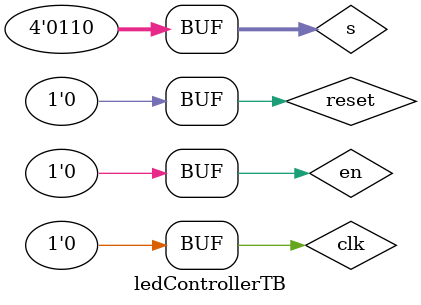
<source format=sv>

module ledControllerTB();
 // Set up test signals

 logic clk, reset, en, led1, led2;
 logic [3:0] s;
 logic [6:0] seg;

 // Instantiate the device under test
 ledController dut(.clk(clk), .reset(reset), .s(s), .en(en), .seg(seg), .led1(led1), .led2(led2));

 // Generate clock signal with a period of 10 timesteps.
 always
   begin
     clk = 1; #5;
     clk = 0; #5;
   end

initial
 begin
	reset = 1; #27; reset = 0;
	
	// test different inputs
	s = 4'b0100;
    	#13;
    	en =1;
    	#10;
    	en = 0;
   	#7;
    	#50;
    	s = 4'b0110;
    	#13;
    	en =1;
    	#10;
    	en = 0;
    	#7;
	#50;

 end
endmodule
</source>
